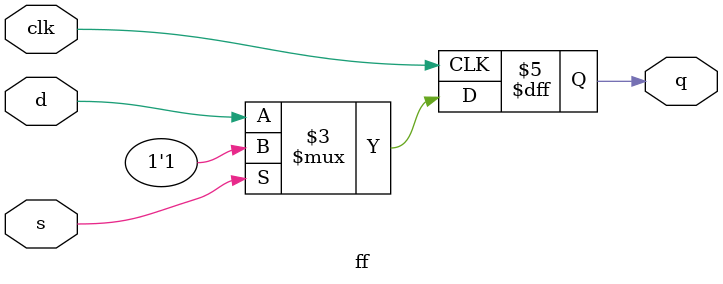
<source format=v>
module ff(clk, d, s, q);
	input clk, d, s;
	output q;
	reg q;
	always @(posedge clk)
	begin
		if(s)
			q<=1'b1;
		else
			q<=d;
	end
endmodule
</source>
